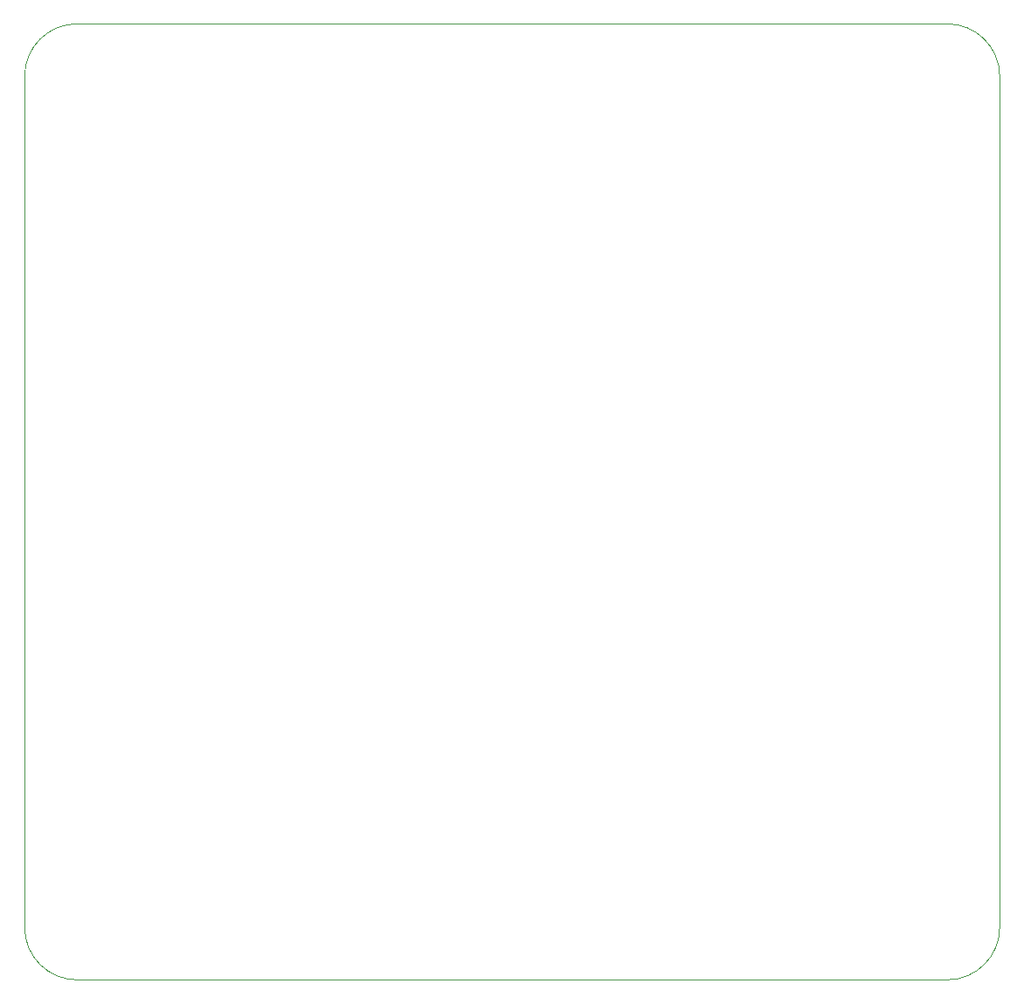
<source format=gbr>
%TF.GenerationSoftware,KiCad,Pcbnew,7.0.10*%
%TF.CreationDate,2024-05-27T19:38:22-03:00*%
%TF.ProjectId,board,626f6172-642e-46b6-9963-61645f706362,1.0*%
%TF.SameCoordinates,Original*%
%TF.FileFunction,Profile,NP*%
%FSLAX46Y46*%
G04 Gerber Fmt 4.6, Leading zero omitted, Abs format (unit mm)*
G04 Created by KiCad (PCBNEW 7.0.10) date 2024-05-27 19:38:22*
%MOMM*%
%LPD*%
G01*
G04 APERTURE LIST*
%TA.AperFunction,Profile*%
%ADD10C,0.050000*%
%TD*%
G04 APERTURE END LIST*
D10*
X193548000Y-45720000D02*
X193548000Y-128270000D01*
X104140000Y-133350000D02*
X188468000Y-133350000D01*
X104140000Y-40640000D02*
X188468000Y-40640000D01*
X99060000Y-45720000D02*
X99060000Y-128270000D01*
X99060000Y-128270000D02*
G75*
G03*
X104140000Y-133350000I5080000J0D01*
G01*
X188468000Y-133350000D02*
G75*
G03*
X193548000Y-128270000I0J5080000D01*
G01*
X193548000Y-45720000D02*
G75*
G03*
X188468000Y-40640000I-5080000J0D01*
G01*
X104140000Y-40640000D02*
G75*
G03*
X99060000Y-45720000I0J-5080000D01*
G01*
M02*

</source>
